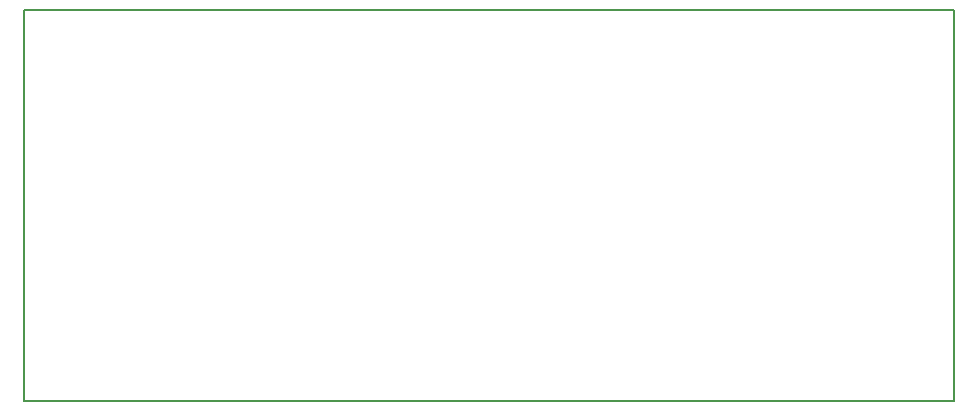
<source format=gko>
G04*
G04 #@! TF.GenerationSoftware,Altium Limited,Altium Designer,20.1.12 (249)*
G04*
G04 Layer_Color=16711935*
%FSLAX24Y24*%
%MOIN*%
G70*
G04*
G04 #@! TF.SameCoordinates,7611F4AC-675D-4E0A-8C32-16A27ADB78BB*
G04*
G04*
G04 #@! TF.FilePolarity,Positive*
G04*
G01*
G75*
%ADD14C,0.0050*%
D14*
X26550Y26550D02*
X27800D01*
X26550Y39600D02*
X26550Y26550D01*
X26550Y39600D02*
X27650D01*
X27800Y26550D02*
X57550D01*
X57550Y39600D02*
X57550Y26550D01*
X27650Y39600D02*
X57550D01*
M02*

</source>
